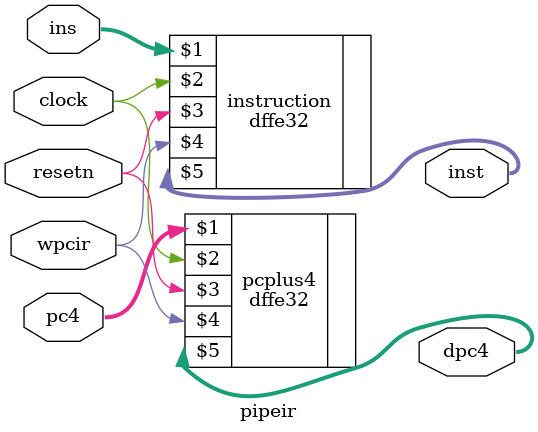
<source format=v>
module pipeir( pc4,ins,wpcir,clock,resetn,dpc4,inst );
	input [31:0] pc4,ins;
	input wpcir,clock,resetn;
	output[31:0] dpc4,inst;
	
	dffe32 pcplus4(pc4,clock,resetn,wpcir,dpc4);
	dffe32 instruction(ins,clock,resetn,wpcir,inst);
	
endmodule
</source>
